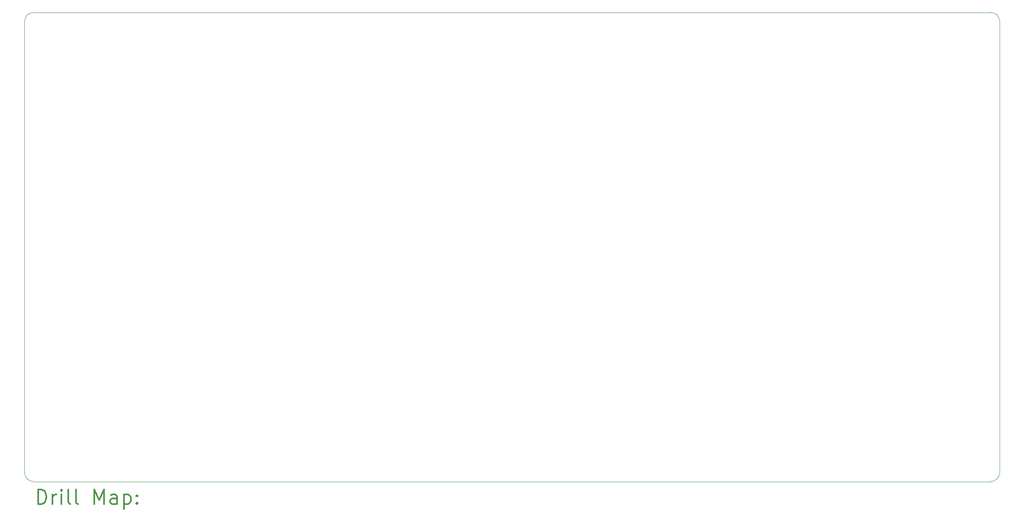
<source format=gbr>
%FSLAX45Y45*%
G04 Gerber Fmt 4.5, Leading zero omitted, Abs format (unit mm)*
G04 Created by KiCad (PCBNEW (5.1.5)-3) date 2022-12-08 21:56:28*
%MOMM*%
%LPD*%
G04 APERTURE LIST*
%TA.AperFunction,Profile*%
%ADD10C,0.050000*%
%TD*%
%ADD11C,0.200000*%
%ADD12C,0.300000*%
G04 APERTURE END LIST*
D10*
X5270500Y-14859000D02*
G75*
G02X5080000Y-14668500I0J190500D01*
G01*
X5080000Y-5270500D02*
G75*
G02X5270500Y-5080000I190500J0D01*
G01*
X25209500Y-5080000D02*
G75*
G02X25400000Y-5270500I0J-190500D01*
G01*
X25400000Y-14668500D02*
G75*
G02X25209500Y-14859000I-190500J0D01*
G01*
X5080000Y-14668500D02*
X5080000Y-5270500D01*
X25209500Y-14859000D02*
X5270500Y-14859000D01*
X25400000Y-5270500D02*
X25400000Y-14668500D01*
X5270500Y-5080000D02*
X25209500Y-5080000D01*
D11*
D12*
X5363928Y-15327214D02*
X5363928Y-15027214D01*
X5435357Y-15027214D01*
X5478214Y-15041500D01*
X5506786Y-15070071D01*
X5521071Y-15098643D01*
X5535357Y-15155786D01*
X5535357Y-15198643D01*
X5521071Y-15255786D01*
X5506786Y-15284357D01*
X5478214Y-15312929D01*
X5435357Y-15327214D01*
X5363928Y-15327214D01*
X5663928Y-15327214D02*
X5663928Y-15127214D01*
X5663928Y-15184357D02*
X5678214Y-15155786D01*
X5692500Y-15141500D01*
X5721071Y-15127214D01*
X5749643Y-15127214D01*
X5849643Y-15327214D02*
X5849643Y-15127214D01*
X5849643Y-15027214D02*
X5835357Y-15041500D01*
X5849643Y-15055786D01*
X5863928Y-15041500D01*
X5849643Y-15027214D01*
X5849643Y-15055786D01*
X6035357Y-15327214D02*
X6006786Y-15312929D01*
X5992500Y-15284357D01*
X5992500Y-15027214D01*
X6192500Y-15327214D02*
X6163928Y-15312929D01*
X6149643Y-15284357D01*
X6149643Y-15027214D01*
X6535357Y-15327214D02*
X6535357Y-15027214D01*
X6635357Y-15241500D01*
X6735357Y-15027214D01*
X6735357Y-15327214D01*
X7006786Y-15327214D02*
X7006786Y-15170071D01*
X6992500Y-15141500D01*
X6963928Y-15127214D01*
X6906786Y-15127214D01*
X6878214Y-15141500D01*
X7006786Y-15312929D02*
X6978214Y-15327214D01*
X6906786Y-15327214D01*
X6878214Y-15312929D01*
X6863928Y-15284357D01*
X6863928Y-15255786D01*
X6878214Y-15227214D01*
X6906786Y-15212929D01*
X6978214Y-15212929D01*
X7006786Y-15198643D01*
X7149643Y-15127214D02*
X7149643Y-15427214D01*
X7149643Y-15141500D02*
X7178214Y-15127214D01*
X7235357Y-15127214D01*
X7263928Y-15141500D01*
X7278214Y-15155786D01*
X7292500Y-15184357D01*
X7292500Y-15270071D01*
X7278214Y-15298643D01*
X7263928Y-15312929D01*
X7235357Y-15327214D01*
X7178214Y-15327214D01*
X7149643Y-15312929D01*
X7421071Y-15298643D02*
X7435357Y-15312929D01*
X7421071Y-15327214D01*
X7406786Y-15312929D01*
X7421071Y-15298643D01*
X7421071Y-15327214D01*
X7421071Y-15141500D02*
X7435357Y-15155786D01*
X7421071Y-15170071D01*
X7406786Y-15155786D01*
X7421071Y-15141500D01*
X7421071Y-15170071D01*
M02*

</source>
